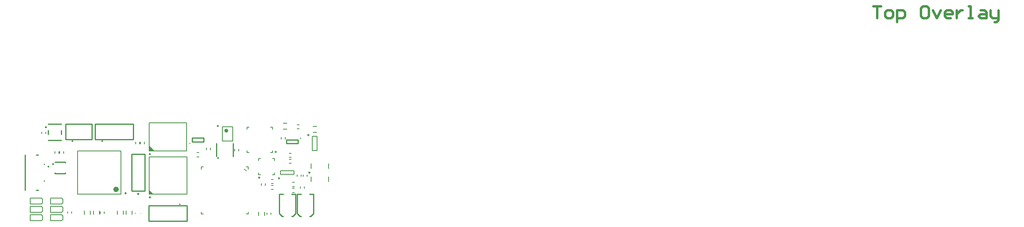
<source format=gto>
G04 Layer_Color=65535*
%FSLAX25Y25*%
%MOIN*%
G70*
G01*
G75*
%ADD46C,0.01000*%
%ADD47C,0.00600*%
%ADD48C,0.00800*%
%ADD49C,0.00500*%
%ADD50C,0.02000*%
%ADD59C,0.00984*%
%ADD60C,0.01102*%
%ADD61C,0.02362*%
%ADD62C,0.01575*%
%ADD63C,0.00394*%
%ADD64C,0.00787*%
G36*
X122234Y81752D02*
X119252D01*
Y84734D01*
X122234Y81752D01*
D02*
G37*
G36*
X123126Y118126D02*
X119189Y118126D01*
Y122063D01*
X123126Y118126D01*
D02*
G37*
D46*
X153307Y124547D02*
G03*
X153307Y124547I-197J0D01*
G01*
X246087Y128953D02*
G03*
X246087Y128953I-197J0D01*
G01*
X33110Y138232D02*
G03*
X33110Y138232I-492J0D01*
G01*
X35224Y105118D02*
G03*
X35224Y105118I-394J0D01*
G01*
X39185Y107150D02*
G03*
X39185Y107150I-492J0D01*
G01*
X177382Y112307D02*
G03*
X177382Y112307I-394J0D01*
G01*
X110500Y82000D02*
G03*
X110500Y82000I-500J0D01*
G01*
X71102Y127776D02*
X71102Y140768D01*
X49055D02*
X71102D01*
X49055Y127776D02*
Y140768D01*
Y127776D02*
X71102D01*
X155079Y125925D02*
X164921D01*
X155079D02*
Y129075D01*
X164921D01*
Y125925D02*
Y129075D01*
X234079Y127575D02*
X243921D01*
Y124425D02*
Y127575D01*
X234079Y124425D02*
X243921D01*
X234079D02*
Y127575D01*
X105787Y127776D02*
Y140768D01*
X73898Y140768D02*
X105787Y140768D01*
X73898Y127874D02*
Y140768D01*
Y127874D02*
X73996Y127776D01*
X105787D01*
X34587Y127209D02*
X45413D01*
Y132327D02*
Y135673D01*
X34587Y140791D02*
X45413D01*
X34587Y132327D02*
Y135673D01*
X31189Y92913D02*
Y93110D01*
Y106890D02*
Y107087D01*
X15146Y85236D02*
Y114764D01*
X24595Y85236D02*
X26169Y85236D01*
X24595Y114764D02*
X26169D01*
X40071Y108823D02*
X48929Y108823D01*
Y108134D02*
Y108823D01*
Y99177D02*
Y99866D01*
X40071Y99177D02*
X48929Y99177D01*
X40071Y99177D02*
Y99866D01*
X119016Y59232D02*
Y72224D01*
Y59232D02*
X150906Y59232D01*
Y72126D01*
X150807Y72224D02*
X150906Y72126D01*
X119016Y72224D02*
X150807D01*
X175413Y113579D02*
Y124421D01*
X189587Y113579D02*
Y124421D01*
X243201Y81858D02*
X246563D01*
X243201Y65421D02*
Y81858D01*
X256799Y65421D02*
Y81858D01*
X253437D02*
X256799D01*
X254520Y63142D02*
X256799Y65421D01*
X253437Y63142D02*
X254520D01*
X243201Y65421D02*
X245480Y63142D01*
X246563D01*
X228201Y81858D02*
X231563D01*
X228201Y65421D02*
Y81858D01*
X241799Y65421D02*
Y81858D01*
X238437D02*
X241799D01*
X239520Y63142D02*
X241799Y65421D01*
X238437Y63142D02*
X239520D01*
X228201Y65421D02*
X230480Y63142D01*
X231563D01*
X104500Y84500D02*
Y115500D01*
X115500Y84500D02*
Y115500D01*
X104500Y84500D02*
X115500D01*
X104500Y115500D02*
X115500D01*
D47*
X162800Y104700D02*
X164500D01*
X200500D02*
X202200D01*
Y65300D02*
Y67000D01*
X162800Y65300D02*
X164500D01*
X162800Y103000D02*
Y104700D01*
X198900Y103000D02*
X200500Y101400D01*
X162800Y65300D02*
Y67000D01*
X200500Y65300D02*
X202200D01*
Y103000D02*
Y104700D01*
D48*
X55354Y126988D02*
Y126322D01*
X54688D01*
Y126988D01*
X55354D01*
X80197D02*
Y126322D01*
X79530D01*
Y126988D01*
X80197D01*
X144606Y73012D02*
Y73678D01*
X145273D01*
Y73012D01*
X144606D01*
D49*
X254980Y103543D02*
Y107480D01*
Y92520D02*
Y96457D01*
X269587Y103543D02*
Y107480D01*
Y92520D02*
Y96457D01*
X159200Y113300D02*
X160800Y113300D01*
X159200Y116700D02*
X160800D01*
X167300Y120800D02*
X167300Y119200D01*
X170700D02*
Y120800D01*
X243200Y136800D02*
X244800D01*
X243200Y140200D02*
X244800D01*
X50800Y65700D02*
Y67300D01*
X54200Y65700D02*
Y67300D01*
X78300Y65562D02*
Y67162D01*
X81700Y65562D02*
Y67162D01*
X29300Y132700D02*
Y134300D01*
X32700Y132700D02*
Y134300D01*
X111200Y124200D02*
Y125800D01*
X107800Y124200D02*
Y125800D01*
X115200Y124200D02*
Y125800D01*
X111800Y124200D02*
Y125800D01*
X47700Y116200D02*
Y117800D01*
X44300Y116200D02*
Y117800D01*
X43700Y116200D02*
Y117800D01*
X40300Y116200D02*
Y117800D01*
X236562Y116200D02*
X238162Y116200D01*
X236562Y112800D02*
X238162D01*
X233200Y129800D02*
X233200Y128200D01*
X229800D02*
Y129800D01*
X221700Y94200D02*
X223300D01*
X221700Y90800D02*
X223300D01*
X236700Y107800D02*
X238300D01*
X236700Y111200D02*
X238300D01*
X213300Y89200D02*
Y90800D01*
X216700Y89200D02*
Y90800D01*
X221700Y85800D02*
X223300D01*
X221700Y89200D02*
X223300D01*
X194200Y118200D02*
Y119800D01*
X190800Y118200D02*
Y119800D01*
X217800Y64700D02*
Y66300D01*
X221200Y64700D02*
Y66300D01*
X239200Y88300D02*
X240800D01*
X239200Y91700D02*
X240800D01*
X239200Y83300D02*
X240800D01*
X239200Y86700D02*
X240800D01*
X249200D02*
Y88300D01*
X245800Y86700D02*
Y88300D01*
X251700Y96700D02*
Y98300D01*
X248300Y96700D02*
Y98300D01*
X246700Y96700D02*
Y98300D01*
X243300Y96700D02*
Y98300D01*
D50*
X725945Y239784D02*
X732609D01*
X729277D01*
Y229787D01*
X737608D02*
X740940D01*
X742606Y231453D01*
Y234786D01*
X740940Y236452D01*
X737608D01*
X735942Y234786D01*
Y231453D01*
X737608Y229787D01*
X745938Y226455D02*
Y236452D01*
X750937D01*
X752603Y234786D01*
Y231453D01*
X750937Y229787D01*
X745938D01*
X770930Y239784D02*
X767598D01*
X765932Y238118D01*
Y231453D01*
X767598Y229787D01*
X770930D01*
X772597Y231453D01*
Y238118D01*
X770930Y239784D01*
X775929Y236452D02*
X779261Y229787D01*
X782593Y236452D01*
X790924Y229787D02*
X787592D01*
X785925Y231453D01*
Y234786D01*
X787592Y236452D01*
X790924D01*
X792590Y234786D01*
Y233120D01*
X785925D01*
X795922Y236452D02*
Y229787D01*
Y233120D01*
X797588Y234786D01*
X799255Y236452D01*
X800921D01*
X805919Y229787D02*
X809251D01*
X807585D01*
Y239784D01*
X805919D01*
X815916Y236452D02*
X819248D01*
X820914Y234786D01*
Y229787D01*
X815916D01*
X814250Y231453D01*
X815916Y233120D01*
X820914D01*
X824247Y236452D02*
Y231453D01*
X825913Y229787D01*
X830911D01*
Y228121D01*
X829245Y226455D01*
X827579D01*
X830911Y229787D02*
Y236452D01*
D59*
X120272Y115567D02*
G03*
X120272Y115567I-492J0D01*
G01*
X120335Y79193D02*
G03*
X120335Y79193I-492J0D01*
G01*
X99820Y82579D02*
G03*
X99820Y82579I-492J0D01*
G01*
X253079Y131587D02*
G03*
X253079Y131587I-492J0D01*
G01*
X225681Y117461D02*
G03*
X225681Y117461I-492J0D01*
G01*
X177224Y139193D02*
G03*
X177224Y139193I-492J0D01*
G01*
X211890Y95748D02*
G03*
X211890Y95748I-492J0D01*
G01*
X228504Y95177D02*
G03*
X228504Y95177I-492J0D01*
G01*
D60*
X253996Y100000D02*
G03*
X253996Y100000I-551J0D01*
G01*
D61*
X92635Y85827D02*
G03*
X92635Y85827I-1181J0D01*
G01*
D62*
X184606Y135256D02*
G03*
X184606Y135256I-787J0D01*
G01*
D63*
X64477Y72217D02*
G03*
X64477Y72217I-197J0D01*
G01*
X91977D02*
G03*
X91977Y72217I-197J0D01*
G01*
D64*
X150685Y141748D02*
X150685Y118126D01*
X119189D02*
Y141748D01*
X150685D01*
X119189Y118126D02*
X150685D01*
X119189Y122063D02*
X123126Y118126D01*
X119252Y84734D02*
X122234Y81752D01*
X119252D02*
X150748D01*
X119252Y113248D02*
X150748Y113248D01*
X119252Y81752D02*
Y113248D01*
X150748Y81752D02*
X150748Y113248D01*
X59170Y118110D02*
X95390D01*
X59170Y81890D02*
X95390D01*
X59170D02*
Y118110D01*
X95390Y81890D02*
Y118110D01*
X259968Y118398D02*
Y130602D01*
X256031Y118398D02*
Y130602D01*
Y118398D02*
X259968D01*
X256031Y130602D02*
X259968D01*
X220957Y138130D02*
X222630Y138130D01*
Y136457D02*
Y138130D01*
X201370D02*
X203043D01*
X201370Y136457D02*
Y138130D01*
Y116870D02*
Y118543D01*
Y116870D02*
X203043Y116870D01*
X220957D02*
X222630Y116870D01*
Y118543D01*
X180669Y126594D02*
Y138406D01*
X189331Y126594D02*
Y138406D01*
X180669D02*
X189331D01*
X180669Y126594D02*
X189331D01*
X210807Y98307D02*
X212480Y98307D01*
X210807Y99980D02*
X210807Y98307D01*
X210807Y110020D02*
X210807Y111693D01*
X212480D01*
X222520D02*
X224193D01*
X224193Y110020D01*
X222520Y98307D02*
X224193Y98307D01*
X224193Y99980D01*
X229291Y101575D02*
X240709D01*
X229291Y98425D02*
X240709D01*
Y101575D01*
X229291Y98425D02*
Y101575D01*
X256500Y134000D02*
X259500D01*
X256500Y139000D02*
X259500D01*
X231500Y136500D02*
X234500D01*
X231500Y141500D02*
X234500D01*
X65000Y65000D02*
Y68000D01*
X70000Y65000D02*
Y68000D01*
X92500Y65000D02*
Y68000D01*
X97500Y65000D02*
Y68000D01*
X72500Y65000D02*
Y68000D01*
X77500Y65000D02*
Y68000D01*
X100000Y65000D02*
Y68000D01*
X105000Y65000D02*
Y68000D01*
X112067Y66000D02*
X112362D01*
X107638D02*
X107933D01*
X29000Y73500D02*
X30000Y74500D01*
X29000Y78500D02*
X30000Y77500D01*
Y74500D02*
Y77500D01*
X19382Y73500D02*
Y78500D01*
X28000Y73500D02*
X29000Y73500D01*
X19382Y73500D02*
X28000D01*
X19382Y78500D02*
X29000D01*
Y66500D02*
X30000Y67500D01*
X29000Y71500D02*
X30000Y70500D01*
Y67500D02*
Y70500D01*
X19382Y66500D02*
X19382Y71500D01*
X28000Y66500D02*
X29000D01*
X19382D02*
X28000D01*
X19382Y71500D02*
X29000Y71500D01*
Y59500D02*
X30000Y60500D01*
X29000Y64500D02*
X30000Y63500D01*
Y60500D02*
Y63500D01*
X19382Y59500D02*
Y64500D01*
X28000Y59500D02*
X29000D01*
X19382D02*
X28000D01*
X19382Y64500D02*
X29000D01*
X46000Y59500D02*
X47000Y60500D01*
X46000Y64500D02*
X47000Y63500D01*
Y60500D02*
Y63500D01*
X36382Y59500D02*
X36382Y64500D01*
X45000Y59500D02*
X46000Y59500D01*
X36382Y59500D02*
X45000D01*
X36382Y64500D02*
X46000D01*
X46000Y66500D02*
X47000Y67500D01*
X46000Y71500D02*
X47000Y70500D01*
X47000Y67500D02*
X47000Y70500D01*
X36382Y66500D02*
Y71500D01*
X45000Y66500D02*
X46000D01*
X36382D02*
X45000D01*
X36382Y71500D02*
X46000D01*
Y73500D02*
X47000Y74500D01*
X46000Y78500D02*
X47000Y77500D01*
Y74500D02*
Y77500D01*
X36382Y73500D02*
Y78500D01*
X45000Y73500D02*
X46000Y73500D01*
X36382D02*
X45000Y73500D01*
X36382Y78500D02*
X46000D01*
X216000Y64000D02*
Y67000D01*
X211000Y64000D02*
Y67000D01*
M02*

</source>
